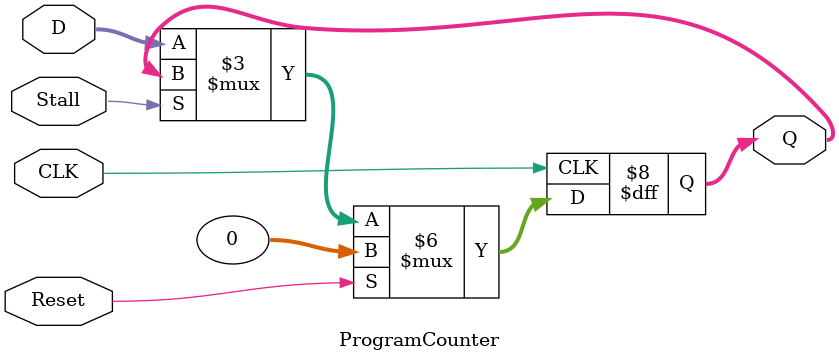
<source format=v>
`timescale 1ns / 1ps

module ProgramCounter(
    input CLK,
    input Reset,
    input Stall,
    input [31:0] D,
    output reg[31:0] Q
    );
    
    always @(posedge CLK) begin
        if (Reset) begin
            Q <= 0;    
        end else if (~Stall) begin
            Q <= D;
        end
    end
endmodule

</source>
